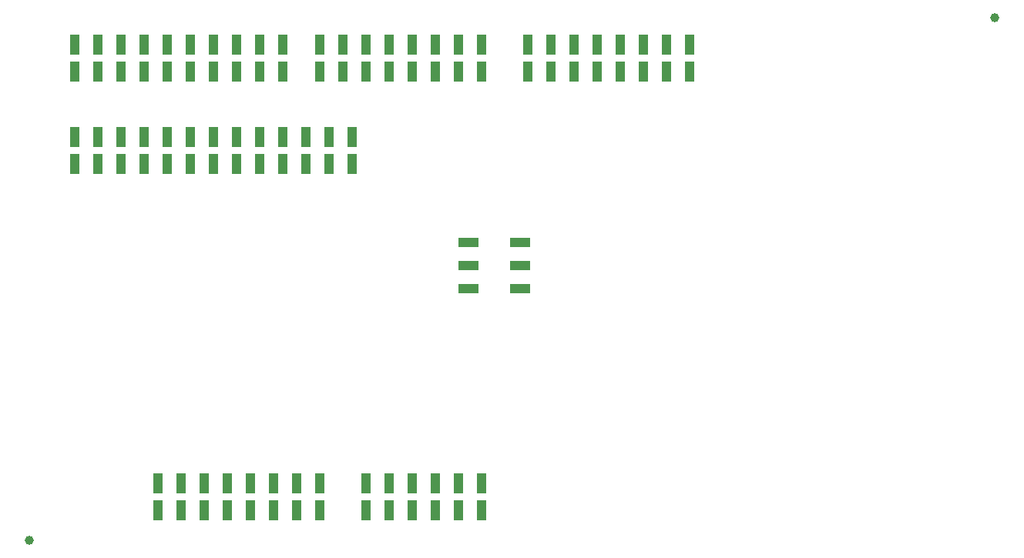
<source format=gbp>
G04*
G04 #@! TF.GenerationSoftware,Altium Limited,Altium Designer,22.6.1 (34)*
G04*
G04 Layer_Color=128*
%FSLAX24Y24*%
%MOIN*%
G70*
G04*
G04 #@! TF.SameCoordinates,198B4140-4809-47D1-8AA6-A140D55DAB78*
G04*
G04*
G04 #@! TF.FilePolarity,Positive*
G04*
G01*
G75*
%ADD91R,0.0402X0.0862*%
%ADD97C,0.0394*%
%ADD279R,0.0874X0.0402*%
D91*
X20000Y3577D02*
D03*
Y2423D02*
D03*
X24000D02*
D03*
Y3577D02*
D03*
X25000Y2423D02*
D03*
Y3577D02*
D03*
X23000Y2423D02*
D03*
Y3577D02*
D03*
X22000Y2423D02*
D03*
Y3577D02*
D03*
X21000D02*
D03*
Y2423D02*
D03*
X8400Y22577D02*
D03*
Y21423D02*
D03*
X7400Y22577D02*
D03*
Y21423D02*
D03*
X16400D02*
D03*
Y22577D02*
D03*
X12400D02*
D03*
Y21423D02*
D03*
X11400Y22577D02*
D03*
Y21423D02*
D03*
X13400Y22577D02*
D03*
Y21423D02*
D03*
X14400Y22577D02*
D03*
Y21423D02*
D03*
X15400D02*
D03*
Y22577D02*
D03*
X9400Y21423D02*
D03*
Y22577D02*
D03*
X10400Y21423D02*
D03*
Y22577D02*
D03*
X17000Y2423D02*
D03*
Y3577D02*
D03*
X18000Y2423D02*
D03*
Y3577D02*
D03*
X12000Y2423D02*
D03*
Y3577D02*
D03*
X13000D02*
D03*
Y2423D02*
D03*
X14000Y3577D02*
D03*
Y2423D02*
D03*
X16000Y3577D02*
D03*
Y2423D02*
D03*
X15000Y3577D02*
D03*
Y2423D02*
D03*
X11000D02*
D03*
Y3577D02*
D03*
X19400Y17423D02*
D03*
Y18577D02*
D03*
X15400Y17423D02*
D03*
Y18577D02*
D03*
X16400Y17423D02*
D03*
Y18577D02*
D03*
X7400D02*
D03*
Y17423D02*
D03*
X11400D02*
D03*
Y18577D02*
D03*
X12400Y17423D02*
D03*
Y18577D02*
D03*
X10400Y17423D02*
D03*
Y18577D02*
D03*
X9400Y17423D02*
D03*
Y18577D02*
D03*
X8400D02*
D03*
Y17423D02*
D03*
X14400Y18577D02*
D03*
Y17423D02*
D03*
X13400Y18577D02*
D03*
Y17423D02*
D03*
X17400Y18577D02*
D03*
Y17423D02*
D03*
X18400Y18577D02*
D03*
Y17423D02*
D03*
X34000Y21423D02*
D03*
Y22577D02*
D03*
X30000D02*
D03*
Y21423D02*
D03*
X29000Y22577D02*
D03*
Y21423D02*
D03*
X31000Y22577D02*
D03*
Y21423D02*
D03*
X32000Y22577D02*
D03*
Y21423D02*
D03*
X33000D02*
D03*
Y22577D02*
D03*
X27000Y21423D02*
D03*
Y22577D02*
D03*
X28000Y21423D02*
D03*
Y22577D02*
D03*
X25000Y21423D02*
D03*
Y22577D02*
D03*
X21000D02*
D03*
Y21423D02*
D03*
X20000Y22577D02*
D03*
Y21423D02*
D03*
X22000Y22577D02*
D03*
Y21423D02*
D03*
X23000Y22577D02*
D03*
Y21423D02*
D03*
X24000D02*
D03*
Y22577D02*
D03*
X18000Y21423D02*
D03*
Y22577D02*
D03*
X19000Y21423D02*
D03*
Y22577D02*
D03*
D97*
X47205Y23750D02*
D03*
X5411Y1120D02*
D03*
D279*
X26662Y14000D02*
D03*
Y13000D02*
D03*
X24438Y14000D02*
D03*
Y13000D02*
D03*
X26662Y12000D02*
D03*
X24438D02*
D03*
M02*

</source>
